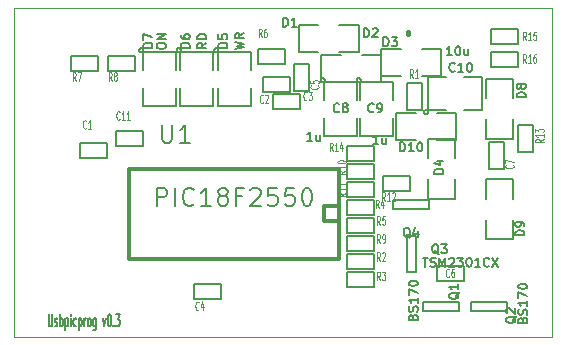
<source format=gto>
G04 (created by PCBNEW-RS274X (2010-05-05 BZR 2356)-stable) date Fri 25 Feb 2011 10:53:11 AM CET*
G01*
G70*
G90*
%MOIN*%
G04 Gerber Fmt 3.4, Leading zero omitted, Abs format*
%FSLAX34Y34*%
G04 APERTURE LIST*
%ADD10C,0.006000*%
%ADD11C,0.001000*%
%ADD12C,0.005000*%
%ADD13C,0.015000*%
%ADD14C,0.012000*%
%ADD15C,0.004500*%
%ADD16C,0.007500*%
G04 APERTURE END LIST*
G54D10*
G54D11*
X16650Y-21650D02*
X34600Y-21650D01*
X16650Y-32600D02*
X16650Y-21650D01*
X34600Y-32600D02*
X16650Y-32600D01*
X34600Y-21650D02*
X34600Y-32600D01*
G54D12*
X17825Y-31862D02*
X17825Y-32186D01*
X17834Y-32224D01*
X17844Y-32243D01*
X17863Y-32262D01*
X17901Y-32262D01*
X17920Y-32243D01*
X17929Y-32224D01*
X17939Y-32186D01*
X17939Y-31862D01*
X18025Y-32243D02*
X18044Y-32262D01*
X18082Y-32262D01*
X18101Y-32243D01*
X18111Y-32205D01*
X18111Y-32186D01*
X18101Y-32148D01*
X18082Y-32129D01*
X18054Y-32129D01*
X18035Y-32110D01*
X18025Y-32071D01*
X18025Y-32052D01*
X18035Y-32014D01*
X18054Y-31995D01*
X18082Y-31995D01*
X18101Y-32014D01*
X18197Y-32262D02*
X18197Y-31862D01*
X18197Y-32014D02*
X18216Y-31995D01*
X18254Y-31995D01*
X18273Y-32014D01*
X18282Y-32033D01*
X18292Y-32071D01*
X18292Y-32186D01*
X18282Y-32224D01*
X18273Y-32243D01*
X18254Y-32262D01*
X18216Y-32262D01*
X18197Y-32243D01*
X18378Y-31995D02*
X18378Y-32395D01*
X18378Y-32014D02*
X18397Y-31995D01*
X18435Y-31995D01*
X18454Y-32014D01*
X18463Y-32033D01*
X18473Y-32071D01*
X18473Y-32186D01*
X18463Y-32224D01*
X18454Y-32243D01*
X18435Y-32262D01*
X18397Y-32262D01*
X18378Y-32243D01*
X18559Y-32262D02*
X18559Y-31995D01*
X18559Y-31862D02*
X18549Y-31881D01*
X18559Y-31900D01*
X18568Y-31881D01*
X18559Y-31862D01*
X18559Y-31900D01*
X18739Y-32243D02*
X18720Y-32262D01*
X18682Y-32262D01*
X18663Y-32243D01*
X18654Y-32224D01*
X18644Y-32186D01*
X18644Y-32071D01*
X18654Y-32033D01*
X18663Y-32014D01*
X18682Y-31995D01*
X18720Y-31995D01*
X18739Y-32014D01*
X18825Y-31995D02*
X18825Y-32395D01*
X18825Y-32014D02*
X18844Y-31995D01*
X18882Y-31995D01*
X18901Y-32014D01*
X18910Y-32033D01*
X18920Y-32071D01*
X18920Y-32186D01*
X18910Y-32224D01*
X18901Y-32243D01*
X18882Y-32262D01*
X18844Y-32262D01*
X18825Y-32243D01*
X19006Y-32262D02*
X19006Y-31995D01*
X19006Y-32071D02*
X19015Y-32033D01*
X19025Y-32014D01*
X19044Y-31995D01*
X19063Y-31995D01*
X19158Y-32262D02*
X19139Y-32243D01*
X19130Y-32224D01*
X19120Y-32186D01*
X19120Y-32071D01*
X19130Y-32033D01*
X19139Y-32014D01*
X19158Y-31995D01*
X19187Y-31995D01*
X19206Y-32014D01*
X19215Y-32033D01*
X19225Y-32071D01*
X19225Y-32186D01*
X19215Y-32224D01*
X19206Y-32243D01*
X19187Y-32262D01*
X19158Y-32262D01*
X19396Y-31995D02*
X19396Y-32319D01*
X19387Y-32357D01*
X19377Y-32376D01*
X19358Y-32395D01*
X19330Y-32395D01*
X19311Y-32376D01*
X19396Y-32243D02*
X19377Y-32262D01*
X19339Y-32262D01*
X19320Y-32243D01*
X19311Y-32224D01*
X19301Y-32186D01*
X19301Y-32071D01*
X19311Y-32033D01*
X19320Y-32014D01*
X19339Y-31995D01*
X19377Y-31995D01*
X19396Y-32014D01*
X19625Y-31995D02*
X19672Y-32262D01*
X19720Y-31995D01*
X19834Y-31862D02*
X19853Y-31862D01*
X19872Y-31881D01*
X19881Y-31900D01*
X19891Y-31938D01*
X19900Y-32014D01*
X19900Y-32110D01*
X19891Y-32186D01*
X19881Y-32224D01*
X19872Y-32243D01*
X19853Y-32262D01*
X19834Y-32262D01*
X19815Y-32243D01*
X19805Y-32224D01*
X19796Y-32186D01*
X19786Y-32110D01*
X19786Y-32014D01*
X19796Y-31938D01*
X19805Y-31900D01*
X19815Y-31881D01*
X19834Y-31862D01*
X19986Y-32224D02*
X19995Y-32243D01*
X19986Y-32262D01*
X19976Y-32243D01*
X19986Y-32224D01*
X19986Y-32262D01*
X20062Y-31862D02*
X20185Y-31862D01*
X20119Y-32014D01*
X20147Y-32014D01*
X20166Y-32033D01*
X20176Y-32052D01*
X20185Y-32090D01*
X20185Y-32186D01*
X20176Y-32224D01*
X20166Y-32243D01*
X20147Y-32262D01*
X20090Y-32262D01*
X20071Y-32243D01*
X20062Y-32224D01*
G54D13*
X29800Y-22450D02*
X29800Y-22500D01*
G54D12*
X23550Y-31350D02*
X22650Y-31350D01*
X22650Y-31350D02*
X22650Y-30850D01*
X22650Y-30850D02*
X23550Y-30850D01*
X23550Y-30850D02*
X23550Y-31350D01*
X27750Y-29850D02*
X28650Y-29850D01*
X28650Y-29850D02*
X28650Y-30350D01*
X28650Y-30350D02*
X27750Y-30350D01*
X27750Y-30350D02*
X27750Y-29850D01*
X27750Y-30450D02*
X28650Y-30450D01*
X28650Y-30450D02*
X28650Y-30950D01*
X28650Y-30950D02*
X27750Y-30950D01*
X27750Y-30950D02*
X27750Y-30450D01*
X28650Y-28550D02*
X27750Y-28550D01*
X27750Y-28550D02*
X27750Y-28050D01*
X27750Y-28050D02*
X28650Y-28050D01*
X28650Y-28050D02*
X28650Y-28550D01*
X28650Y-29150D02*
X27750Y-29150D01*
X27750Y-29150D02*
X27750Y-28650D01*
X27750Y-28650D02*
X28650Y-28650D01*
X28650Y-28650D02*
X28650Y-29150D01*
X29750Y-25050D02*
X29750Y-24150D01*
X29750Y-24150D02*
X30250Y-24150D01*
X30250Y-24150D02*
X30250Y-25050D01*
X30250Y-25050D02*
X29750Y-25050D01*
X20700Y-23750D02*
X19800Y-23750D01*
X19800Y-23750D02*
X19800Y-23250D01*
X19800Y-23250D02*
X20700Y-23250D01*
X20700Y-23250D02*
X20700Y-23750D01*
X19450Y-23750D02*
X18550Y-23750D01*
X18550Y-23750D02*
X18550Y-23250D01*
X18550Y-23250D02*
X19450Y-23250D01*
X19450Y-23250D02*
X19450Y-23750D01*
X25700Y-23500D02*
X24800Y-23500D01*
X24800Y-23500D02*
X24800Y-23000D01*
X24800Y-23000D02*
X25700Y-23000D01*
X25700Y-23000D02*
X25700Y-23500D01*
X25300Y-24500D02*
X26200Y-24500D01*
X26200Y-24500D02*
X26200Y-25000D01*
X26200Y-25000D02*
X25300Y-25000D01*
X25300Y-25000D02*
X25300Y-24500D01*
X24950Y-23950D02*
X25850Y-23950D01*
X25850Y-23950D02*
X25850Y-24450D01*
X25850Y-24450D02*
X24950Y-24450D01*
X24950Y-24450D02*
X24950Y-23950D01*
X30750Y-30250D02*
X31650Y-30250D01*
X31650Y-30250D02*
X31650Y-30750D01*
X31650Y-30750D02*
X30750Y-30750D01*
X30750Y-30750D02*
X30750Y-30250D01*
X26500Y-23500D02*
X26500Y-24400D01*
X26500Y-24400D02*
X26000Y-24400D01*
X26000Y-24400D02*
X26000Y-23500D01*
X26000Y-23500D02*
X26500Y-23500D01*
X32500Y-27000D02*
X32500Y-26100D01*
X32500Y-26100D02*
X33000Y-26100D01*
X33000Y-26100D02*
X33000Y-27000D01*
X33000Y-27000D02*
X32500Y-27000D01*
X19750Y-26650D02*
X18850Y-26650D01*
X18850Y-26650D02*
X18850Y-26150D01*
X18850Y-26150D02*
X19750Y-26150D01*
X19750Y-26150D02*
X19750Y-26650D01*
X20970Y-23050D02*
X20968Y-23063D01*
X20964Y-23076D01*
X20958Y-23088D01*
X20949Y-23099D01*
X20939Y-23108D01*
X20927Y-23114D01*
X20914Y-23118D01*
X20900Y-23119D01*
X20887Y-23118D01*
X20874Y-23114D01*
X20862Y-23108D01*
X20852Y-23100D01*
X20843Y-23089D01*
X20836Y-23077D01*
X20832Y-23064D01*
X20831Y-23050D01*
X20832Y-23038D01*
X20835Y-23025D01*
X20842Y-23013D01*
X20850Y-23002D01*
X20861Y-22993D01*
X20872Y-22986D01*
X20885Y-22982D01*
X20899Y-22981D01*
X20912Y-22982D01*
X20925Y-22985D01*
X20937Y-22991D01*
X20948Y-23000D01*
X20957Y-23010D01*
X20963Y-23022D01*
X20968Y-23035D01*
X20969Y-23049D01*
X20970Y-23050D01*
X22050Y-23700D02*
X22050Y-23100D01*
X22050Y-23100D02*
X20950Y-23100D01*
X20950Y-23100D02*
X20950Y-23700D01*
X20950Y-24300D02*
X20950Y-24900D01*
X20950Y-24900D02*
X22050Y-24900D01*
X22050Y-24900D02*
X22050Y-24300D01*
X28220Y-24050D02*
X28218Y-24063D01*
X28214Y-24076D01*
X28208Y-24088D01*
X28199Y-24099D01*
X28189Y-24108D01*
X28177Y-24114D01*
X28164Y-24118D01*
X28150Y-24119D01*
X28137Y-24118D01*
X28124Y-24114D01*
X28112Y-24108D01*
X28102Y-24100D01*
X28093Y-24089D01*
X28086Y-24077D01*
X28082Y-24064D01*
X28081Y-24050D01*
X28082Y-24038D01*
X28085Y-24025D01*
X28092Y-24013D01*
X28100Y-24002D01*
X28111Y-23993D01*
X28122Y-23986D01*
X28135Y-23982D01*
X28149Y-23981D01*
X28162Y-23982D01*
X28175Y-23985D01*
X28187Y-23991D01*
X28198Y-24000D01*
X28207Y-24010D01*
X28213Y-24022D01*
X28218Y-24035D01*
X28219Y-24049D01*
X28220Y-24050D01*
X29300Y-24700D02*
X29300Y-24100D01*
X29300Y-24100D02*
X28200Y-24100D01*
X28200Y-24100D02*
X28200Y-24700D01*
X28200Y-25300D02*
X28200Y-25900D01*
X28200Y-25900D02*
X29300Y-25900D01*
X29300Y-25900D02*
X29300Y-25300D01*
X27020Y-24050D02*
X27018Y-24063D01*
X27014Y-24076D01*
X27008Y-24088D01*
X26999Y-24099D01*
X26989Y-24108D01*
X26977Y-24114D01*
X26964Y-24118D01*
X26950Y-24119D01*
X26937Y-24118D01*
X26924Y-24114D01*
X26912Y-24108D01*
X26902Y-24100D01*
X26893Y-24089D01*
X26886Y-24077D01*
X26882Y-24064D01*
X26881Y-24050D01*
X26882Y-24038D01*
X26885Y-24025D01*
X26892Y-24013D01*
X26900Y-24002D01*
X26911Y-23993D01*
X26922Y-23986D01*
X26935Y-23982D01*
X26949Y-23981D01*
X26962Y-23982D01*
X26975Y-23985D01*
X26987Y-23991D01*
X26998Y-24000D01*
X27007Y-24010D01*
X27013Y-24022D01*
X27018Y-24035D01*
X27019Y-24049D01*
X27020Y-24050D01*
X28100Y-24700D02*
X28100Y-24100D01*
X28100Y-24100D02*
X27000Y-24100D01*
X27000Y-24100D02*
X27000Y-24700D01*
X27000Y-25300D02*
X27000Y-25900D01*
X27000Y-25900D02*
X28100Y-25900D01*
X28100Y-25900D02*
X28100Y-25300D01*
X30470Y-25100D02*
X30468Y-25113D01*
X30464Y-25126D01*
X30458Y-25138D01*
X30449Y-25149D01*
X30439Y-25158D01*
X30427Y-25164D01*
X30414Y-25168D01*
X30400Y-25169D01*
X30387Y-25168D01*
X30374Y-25164D01*
X30362Y-25158D01*
X30352Y-25150D01*
X30343Y-25139D01*
X30336Y-25127D01*
X30332Y-25114D01*
X30331Y-25100D01*
X30332Y-25088D01*
X30335Y-25075D01*
X30342Y-25063D01*
X30350Y-25052D01*
X30361Y-25043D01*
X30372Y-25036D01*
X30385Y-25032D01*
X30399Y-25031D01*
X30412Y-25032D01*
X30425Y-25035D01*
X30437Y-25041D01*
X30448Y-25050D01*
X30457Y-25060D01*
X30463Y-25072D01*
X30468Y-25085D01*
X30469Y-25099D01*
X30470Y-25100D01*
X31050Y-23950D02*
X30450Y-23950D01*
X30450Y-23950D02*
X30450Y-25050D01*
X30450Y-25050D02*
X31050Y-25050D01*
X31650Y-25050D02*
X32250Y-25050D01*
X32250Y-25050D02*
X32250Y-23950D01*
X32250Y-23950D02*
X31650Y-23950D01*
X22220Y-23050D02*
X22218Y-23063D01*
X22214Y-23076D01*
X22208Y-23088D01*
X22199Y-23099D01*
X22189Y-23108D01*
X22177Y-23114D01*
X22164Y-23118D01*
X22150Y-23119D01*
X22137Y-23118D01*
X22124Y-23114D01*
X22112Y-23108D01*
X22102Y-23100D01*
X22093Y-23089D01*
X22086Y-23077D01*
X22082Y-23064D01*
X22081Y-23050D01*
X22082Y-23038D01*
X22085Y-23025D01*
X22092Y-23013D01*
X22100Y-23002D01*
X22111Y-22993D01*
X22122Y-22986D01*
X22135Y-22982D01*
X22149Y-22981D01*
X22162Y-22982D01*
X22175Y-22985D01*
X22187Y-22991D01*
X22198Y-23000D01*
X22207Y-23010D01*
X22213Y-23022D01*
X22218Y-23035D01*
X22219Y-23049D01*
X22220Y-23050D01*
X23300Y-23700D02*
X23300Y-23100D01*
X23300Y-23100D02*
X22200Y-23100D01*
X22200Y-23100D02*
X22200Y-23700D01*
X22200Y-24300D02*
X22200Y-24900D01*
X22200Y-24900D02*
X23300Y-24900D01*
X23300Y-24900D02*
X23300Y-24300D01*
X23470Y-23050D02*
X23468Y-23063D01*
X23464Y-23076D01*
X23458Y-23088D01*
X23449Y-23099D01*
X23439Y-23108D01*
X23427Y-23114D01*
X23414Y-23118D01*
X23400Y-23119D01*
X23387Y-23118D01*
X23374Y-23114D01*
X23362Y-23108D01*
X23352Y-23100D01*
X23343Y-23089D01*
X23336Y-23077D01*
X23332Y-23064D01*
X23331Y-23050D01*
X23332Y-23038D01*
X23335Y-23025D01*
X23342Y-23013D01*
X23350Y-23002D01*
X23361Y-22993D01*
X23372Y-22986D01*
X23385Y-22982D01*
X23399Y-22981D01*
X23412Y-22982D01*
X23425Y-22985D01*
X23437Y-22991D01*
X23448Y-23000D01*
X23457Y-23010D01*
X23463Y-23022D01*
X23468Y-23035D01*
X23469Y-23049D01*
X23470Y-23050D01*
X24550Y-23700D02*
X24550Y-23100D01*
X24550Y-23100D02*
X23450Y-23100D01*
X23450Y-23100D02*
X23450Y-23700D01*
X23450Y-24300D02*
X23450Y-24900D01*
X23450Y-24900D02*
X24550Y-24900D01*
X24550Y-24900D02*
X24550Y-24300D01*
G54D14*
X20500Y-29500D02*
X20500Y-27000D01*
X20500Y-27000D02*
X27500Y-27000D01*
X27500Y-27000D02*
X27500Y-30000D01*
X27500Y-30000D02*
X20500Y-30000D01*
X20500Y-30000D02*
X20500Y-29500D01*
X27500Y-28750D02*
X27000Y-28750D01*
X27000Y-28750D02*
X27000Y-28250D01*
X27000Y-28250D02*
X27500Y-28250D01*
G54D12*
X31500Y-31750D02*
X30300Y-31750D01*
X30300Y-31750D02*
X30300Y-31450D01*
X30300Y-31450D02*
X31500Y-31450D01*
X31500Y-31450D02*
X31500Y-31750D01*
X33100Y-31750D02*
X31900Y-31750D01*
X31900Y-31750D02*
X31900Y-31450D01*
X31900Y-31450D02*
X33100Y-31450D01*
X33100Y-31450D02*
X33100Y-31750D01*
X20050Y-25750D02*
X20950Y-25750D01*
X20950Y-25750D02*
X20950Y-26250D01*
X20950Y-26250D02*
X20050Y-26250D01*
X20050Y-26250D02*
X20050Y-25750D01*
X32400Y-29350D02*
X33300Y-29350D01*
X33300Y-29350D02*
X33300Y-28700D01*
X32400Y-28000D02*
X32400Y-27350D01*
X32400Y-27350D02*
X33300Y-27350D01*
X33300Y-27350D02*
X33300Y-28000D01*
X32400Y-28700D02*
X32400Y-29350D01*
X29750Y-30450D02*
X29750Y-29250D01*
X29750Y-29250D02*
X30050Y-29250D01*
X30050Y-29250D02*
X30050Y-30450D01*
X30050Y-30450D02*
X29750Y-30450D01*
X28900Y-23000D02*
X28900Y-23900D01*
X28900Y-23900D02*
X29550Y-23900D01*
X30250Y-23000D02*
X30900Y-23000D01*
X30900Y-23000D02*
X30900Y-23900D01*
X30900Y-23900D02*
X30250Y-23900D01*
X29550Y-23000D02*
X28900Y-23000D01*
X26900Y-23200D02*
X26900Y-24100D01*
X26900Y-24100D02*
X27550Y-24100D01*
X28250Y-23200D02*
X28900Y-23200D01*
X28900Y-23200D02*
X28900Y-24100D01*
X28900Y-24100D02*
X28250Y-24100D01*
X27550Y-23200D02*
X26900Y-23200D01*
X26150Y-22200D02*
X26150Y-23100D01*
X26150Y-23100D02*
X26800Y-23100D01*
X27500Y-22200D02*
X28150Y-22200D01*
X28150Y-22200D02*
X28150Y-23100D01*
X28150Y-23100D02*
X27500Y-23100D01*
X26800Y-22200D02*
X26150Y-22200D01*
X30450Y-28000D02*
X31350Y-28000D01*
X31350Y-28000D02*
X31350Y-27350D01*
X30450Y-26650D02*
X30450Y-26000D01*
X30450Y-26000D02*
X31350Y-26000D01*
X31350Y-26000D02*
X31350Y-26650D01*
X30450Y-27350D02*
X30450Y-28000D01*
X33300Y-24000D02*
X32400Y-24000D01*
X32400Y-24000D02*
X32400Y-24650D01*
X33300Y-25350D02*
X33300Y-26000D01*
X33300Y-26000D02*
X32400Y-26000D01*
X32400Y-26000D02*
X32400Y-25350D01*
X33300Y-24650D02*
X33300Y-24000D01*
X27750Y-26850D02*
X28650Y-26850D01*
X28650Y-26850D02*
X28650Y-27350D01*
X28650Y-27350D02*
X27750Y-27350D01*
X27750Y-27350D02*
X27750Y-26850D01*
X27750Y-29250D02*
X28650Y-29250D01*
X28650Y-29250D02*
X28650Y-29750D01*
X28650Y-29750D02*
X27750Y-29750D01*
X27750Y-29750D02*
X27750Y-29250D01*
X27750Y-27450D02*
X28650Y-27450D01*
X28650Y-27450D02*
X28650Y-27950D01*
X28650Y-27950D02*
X27750Y-27950D01*
X27750Y-27950D02*
X27750Y-27450D01*
X27750Y-26250D02*
X28650Y-26250D01*
X28650Y-26250D02*
X28650Y-26750D01*
X28650Y-26750D02*
X27750Y-26750D01*
X27750Y-26750D02*
X27750Y-26250D01*
X33450Y-26450D02*
X33450Y-25550D01*
X33450Y-25550D02*
X33950Y-25550D01*
X33950Y-25550D02*
X33950Y-26450D01*
X33950Y-26450D02*
X33450Y-26450D01*
X28950Y-27250D02*
X29850Y-27250D01*
X29850Y-27250D02*
X29850Y-27750D01*
X29850Y-27750D02*
X28950Y-27750D01*
X28950Y-27750D02*
X28950Y-27250D01*
X33450Y-23600D02*
X32550Y-23600D01*
X32550Y-23600D02*
X32550Y-23100D01*
X32550Y-23100D02*
X33450Y-23100D01*
X33450Y-23100D02*
X33450Y-23600D01*
X32550Y-22350D02*
X33450Y-22350D01*
X33450Y-22350D02*
X33450Y-22850D01*
X33450Y-22850D02*
X32550Y-22850D01*
X32550Y-22850D02*
X32550Y-22350D01*
X29400Y-25150D02*
X29400Y-26050D01*
X29400Y-26050D02*
X30050Y-26050D01*
X30750Y-25150D02*
X31400Y-25150D01*
X31400Y-25150D02*
X31400Y-26050D01*
X31400Y-26050D02*
X30750Y-26050D01*
X30050Y-25150D02*
X29400Y-25150D01*
X30500Y-28350D02*
X29300Y-28350D01*
X29300Y-28350D02*
X29300Y-28050D01*
X29300Y-28050D02*
X30500Y-28050D01*
X30500Y-28050D02*
X30500Y-28350D01*
G54D15*
X22821Y-31687D02*
X22812Y-31700D01*
X22786Y-31713D01*
X22769Y-31713D01*
X22744Y-31700D01*
X22726Y-31673D01*
X22718Y-31647D01*
X22709Y-31593D01*
X22709Y-31553D01*
X22718Y-31500D01*
X22726Y-31473D01*
X22744Y-31447D01*
X22769Y-31433D01*
X22786Y-31433D01*
X22812Y-31447D01*
X22821Y-31460D01*
X22975Y-31527D02*
X22975Y-31713D01*
X22932Y-31420D02*
X22889Y-31620D01*
X23001Y-31620D01*
X28871Y-30063D02*
X28811Y-29930D01*
X28768Y-30063D02*
X28768Y-29783D01*
X28836Y-29783D01*
X28854Y-29797D01*
X28862Y-29810D01*
X28871Y-29837D01*
X28871Y-29877D01*
X28862Y-29903D01*
X28854Y-29917D01*
X28836Y-29930D01*
X28768Y-29930D01*
X28939Y-29810D02*
X28948Y-29797D01*
X28965Y-29783D01*
X29008Y-29783D01*
X29025Y-29797D01*
X29034Y-29810D01*
X29042Y-29837D01*
X29042Y-29863D01*
X29034Y-29903D01*
X28931Y-30063D01*
X29042Y-30063D01*
X28871Y-30713D02*
X28811Y-30580D01*
X28768Y-30713D02*
X28768Y-30433D01*
X28836Y-30433D01*
X28854Y-30447D01*
X28862Y-30460D01*
X28871Y-30487D01*
X28871Y-30527D01*
X28862Y-30553D01*
X28854Y-30567D01*
X28836Y-30580D01*
X28768Y-30580D01*
X28931Y-30433D02*
X29042Y-30433D01*
X28982Y-30540D01*
X29008Y-30540D01*
X29025Y-30553D01*
X29034Y-30567D01*
X29042Y-30593D01*
X29042Y-30660D01*
X29034Y-30687D01*
X29025Y-30700D01*
X29008Y-30713D01*
X28956Y-30713D01*
X28939Y-30700D01*
X28931Y-30687D01*
X28821Y-28313D02*
X28761Y-28180D01*
X28718Y-28313D02*
X28718Y-28033D01*
X28786Y-28033D01*
X28804Y-28047D01*
X28812Y-28060D01*
X28821Y-28087D01*
X28821Y-28127D01*
X28812Y-28153D01*
X28804Y-28167D01*
X28786Y-28180D01*
X28718Y-28180D01*
X28975Y-28127D02*
X28975Y-28313D01*
X28932Y-28020D02*
X28889Y-28220D01*
X29001Y-28220D01*
X28871Y-28863D02*
X28811Y-28730D01*
X28768Y-28863D02*
X28768Y-28583D01*
X28836Y-28583D01*
X28854Y-28597D01*
X28862Y-28610D01*
X28871Y-28637D01*
X28871Y-28677D01*
X28862Y-28703D01*
X28854Y-28717D01*
X28836Y-28730D01*
X28768Y-28730D01*
X29034Y-28583D02*
X28948Y-28583D01*
X28939Y-28717D01*
X28948Y-28703D01*
X28965Y-28690D01*
X29008Y-28690D01*
X29025Y-28703D01*
X29034Y-28717D01*
X29042Y-28743D01*
X29042Y-28810D01*
X29034Y-28837D01*
X29025Y-28850D01*
X29008Y-28863D01*
X28965Y-28863D01*
X28948Y-28850D01*
X28939Y-28837D01*
X29971Y-23963D02*
X29911Y-23830D01*
X29868Y-23963D02*
X29868Y-23683D01*
X29936Y-23683D01*
X29954Y-23697D01*
X29962Y-23710D01*
X29971Y-23737D01*
X29971Y-23777D01*
X29962Y-23803D01*
X29954Y-23817D01*
X29936Y-23830D01*
X29868Y-23830D01*
X30142Y-23963D02*
X30039Y-23963D01*
X30091Y-23963D02*
X30091Y-23683D01*
X30074Y-23723D01*
X30056Y-23750D01*
X30039Y-23763D01*
X19921Y-24063D02*
X19861Y-23930D01*
X19818Y-24063D02*
X19818Y-23783D01*
X19886Y-23783D01*
X19904Y-23797D01*
X19912Y-23810D01*
X19921Y-23837D01*
X19921Y-23877D01*
X19912Y-23903D01*
X19904Y-23917D01*
X19886Y-23930D01*
X19818Y-23930D01*
X20024Y-23903D02*
X20006Y-23890D01*
X19998Y-23877D01*
X19989Y-23850D01*
X19989Y-23837D01*
X19998Y-23810D01*
X20006Y-23797D01*
X20024Y-23783D01*
X20058Y-23783D01*
X20075Y-23797D01*
X20084Y-23810D01*
X20092Y-23837D01*
X20092Y-23850D01*
X20084Y-23877D01*
X20075Y-23890D01*
X20058Y-23903D01*
X20024Y-23903D01*
X20006Y-23917D01*
X19998Y-23930D01*
X19989Y-23957D01*
X19989Y-24010D01*
X19998Y-24037D01*
X20006Y-24050D01*
X20024Y-24063D01*
X20058Y-24063D01*
X20075Y-24050D01*
X20084Y-24037D01*
X20092Y-24010D01*
X20092Y-23957D01*
X20084Y-23930D01*
X20075Y-23917D01*
X20058Y-23903D01*
X18721Y-24063D02*
X18661Y-23930D01*
X18618Y-24063D02*
X18618Y-23783D01*
X18686Y-23783D01*
X18704Y-23797D01*
X18712Y-23810D01*
X18721Y-23837D01*
X18721Y-23877D01*
X18712Y-23903D01*
X18704Y-23917D01*
X18686Y-23930D01*
X18618Y-23930D01*
X18781Y-23783D02*
X18901Y-23783D01*
X18824Y-24063D01*
X24921Y-22613D02*
X24861Y-22480D01*
X24818Y-22613D02*
X24818Y-22333D01*
X24886Y-22333D01*
X24904Y-22347D01*
X24912Y-22360D01*
X24921Y-22387D01*
X24921Y-22427D01*
X24912Y-22453D01*
X24904Y-22467D01*
X24886Y-22480D01*
X24818Y-22480D01*
X25075Y-22333D02*
X25041Y-22333D01*
X25024Y-22347D01*
X25015Y-22360D01*
X24998Y-22400D01*
X24989Y-22453D01*
X24989Y-22560D01*
X24998Y-22587D01*
X25006Y-22600D01*
X25024Y-22613D01*
X25058Y-22613D01*
X25075Y-22600D01*
X25084Y-22587D01*
X25092Y-22560D01*
X25092Y-22493D01*
X25084Y-22467D01*
X25075Y-22453D01*
X25058Y-22440D01*
X25024Y-22440D01*
X25006Y-22453D01*
X24998Y-22467D01*
X24989Y-22493D01*
X26421Y-24687D02*
X26412Y-24700D01*
X26386Y-24713D01*
X26369Y-24713D01*
X26344Y-24700D01*
X26326Y-24673D01*
X26318Y-24647D01*
X26309Y-24593D01*
X26309Y-24553D01*
X26318Y-24500D01*
X26326Y-24473D01*
X26344Y-24447D01*
X26369Y-24433D01*
X26386Y-24433D01*
X26412Y-24447D01*
X26421Y-24460D01*
X26481Y-24433D02*
X26592Y-24433D01*
X26532Y-24540D01*
X26558Y-24540D01*
X26575Y-24553D01*
X26584Y-24567D01*
X26592Y-24593D01*
X26592Y-24660D01*
X26584Y-24687D01*
X26575Y-24700D01*
X26558Y-24713D01*
X26506Y-24713D01*
X26489Y-24700D01*
X26481Y-24687D01*
X24971Y-24787D02*
X24962Y-24800D01*
X24936Y-24813D01*
X24919Y-24813D01*
X24894Y-24800D01*
X24876Y-24773D01*
X24868Y-24747D01*
X24859Y-24693D01*
X24859Y-24653D01*
X24868Y-24600D01*
X24876Y-24573D01*
X24894Y-24547D01*
X24919Y-24533D01*
X24936Y-24533D01*
X24962Y-24547D01*
X24971Y-24560D01*
X25039Y-24560D02*
X25048Y-24547D01*
X25065Y-24533D01*
X25108Y-24533D01*
X25125Y-24547D01*
X25134Y-24560D01*
X25142Y-24587D01*
X25142Y-24613D01*
X25134Y-24653D01*
X25031Y-24813D01*
X25142Y-24813D01*
X31171Y-30587D02*
X31162Y-30600D01*
X31136Y-30613D01*
X31119Y-30613D01*
X31094Y-30600D01*
X31076Y-30573D01*
X31068Y-30547D01*
X31059Y-30493D01*
X31059Y-30453D01*
X31068Y-30400D01*
X31076Y-30373D01*
X31094Y-30347D01*
X31119Y-30333D01*
X31136Y-30333D01*
X31162Y-30347D01*
X31171Y-30360D01*
X31325Y-30333D02*
X31291Y-30333D01*
X31274Y-30347D01*
X31265Y-30360D01*
X31248Y-30400D01*
X31239Y-30453D01*
X31239Y-30560D01*
X31248Y-30587D01*
X31256Y-30600D01*
X31274Y-30613D01*
X31308Y-30613D01*
X31325Y-30600D01*
X31334Y-30587D01*
X31342Y-30560D01*
X31342Y-30493D01*
X31334Y-30467D01*
X31325Y-30453D01*
X31308Y-30440D01*
X31274Y-30440D01*
X31256Y-30453D01*
X31248Y-30467D01*
X31239Y-30493D01*
X26787Y-24229D02*
X26800Y-24238D01*
X26813Y-24264D01*
X26813Y-24281D01*
X26800Y-24306D01*
X26773Y-24324D01*
X26747Y-24332D01*
X26693Y-24341D01*
X26653Y-24341D01*
X26600Y-24332D01*
X26573Y-24324D01*
X26547Y-24306D01*
X26533Y-24281D01*
X26533Y-24264D01*
X26547Y-24238D01*
X26560Y-24229D01*
X26533Y-24066D02*
X26533Y-24152D01*
X26667Y-24161D01*
X26653Y-24152D01*
X26640Y-24135D01*
X26640Y-24092D01*
X26653Y-24075D01*
X26667Y-24066D01*
X26693Y-24058D01*
X26760Y-24058D01*
X26787Y-24066D01*
X26800Y-24075D01*
X26813Y-24092D01*
X26813Y-24135D01*
X26800Y-24152D01*
X26787Y-24161D01*
X33287Y-26879D02*
X33300Y-26888D01*
X33313Y-26914D01*
X33313Y-26931D01*
X33300Y-26956D01*
X33273Y-26974D01*
X33247Y-26982D01*
X33193Y-26991D01*
X33153Y-26991D01*
X33100Y-26982D01*
X33073Y-26974D01*
X33047Y-26956D01*
X33033Y-26931D01*
X33033Y-26914D01*
X33047Y-26888D01*
X33060Y-26879D01*
X33033Y-26819D02*
X33033Y-26699D01*
X33313Y-26776D01*
X19071Y-25637D02*
X19062Y-25650D01*
X19036Y-25663D01*
X19019Y-25663D01*
X18994Y-25650D01*
X18976Y-25623D01*
X18968Y-25597D01*
X18959Y-25543D01*
X18959Y-25503D01*
X18968Y-25450D01*
X18976Y-25423D01*
X18994Y-25397D01*
X19019Y-25383D01*
X19036Y-25383D01*
X19062Y-25397D01*
X19071Y-25410D01*
X19242Y-25663D02*
X19139Y-25663D01*
X19191Y-25663D02*
X19191Y-25383D01*
X19174Y-25423D01*
X19156Y-25450D01*
X19139Y-25463D01*
G54D12*
X21271Y-22972D02*
X20971Y-22972D01*
X20971Y-22900D01*
X20986Y-22857D01*
X21014Y-22829D01*
X21043Y-22814D01*
X21100Y-22800D01*
X21143Y-22800D01*
X21200Y-22814D01*
X21229Y-22829D01*
X21257Y-22857D01*
X21271Y-22900D01*
X21271Y-22972D01*
X20971Y-22700D02*
X20971Y-22500D01*
X21271Y-22629D01*
X21421Y-22935D02*
X21421Y-22878D01*
X21436Y-22850D01*
X21464Y-22821D01*
X21521Y-22807D01*
X21621Y-22807D01*
X21679Y-22821D01*
X21707Y-22850D01*
X21721Y-22878D01*
X21721Y-22935D01*
X21707Y-22964D01*
X21679Y-22993D01*
X21621Y-23007D01*
X21521Y-23007D01*
X21464Y-22993D01*
X21436Y-22964D01*
X21421Y-22935D01*
X21721Y-22679D02*
X21421Y-22679D01*
X21721Y-22507D01*
X21421Y-22507D01*
X28650Y-25093D02*
X28636Y-25107D01*
X28593Y-25121D01*
X28564Y-25121D01*
X28521Y-25107D01*
X28493Y-25079D01*
X28478Y-25050D01*
X28464Y-24993D01*
X28464Y-24950D01*
X28478Y-24893D01*
X28493Y-24864D01*
X28521Y-24836D01*
X28564Y-24821D01*
X28593Y-24821D01*
X28636Y-24836D01*
X28650Y-24850D01*
X28793Y-25121D02*
X28850Y-25121D01*
X28878Y-25107D01*
X28893Y-25093D01*
X28921Y-25050D01*
X28936Y-24993D01*
X28936Y-24879D01*
X28921Y-24850D01*
X28907Y-24836D01*
X28878Y-24821D01*
X28821Y-24821D01*
X28793Y-24836D01*
X28778Y-24850D01*
X28764Y-24879D01*
X28764Y-24950D01*
X28778Y-24979D01*
X28793Y-24993D01*
X28821Y-25007D01*
X28878Y-25007D01*
X28907Y-24993D01*
X28921Y-24979D01*
X28936Y-24950D01*
X28801Y-26171D02*
X28629Y-26171D01*
X28715Y-26171D02*
X28715Y-25871D01*
X28686Y-25914D01*
X28658Y-25943D01*
X28629Y-25957D01*
X29058Y-25971D02*
X29058Y-26171D01*
X28929Y-25971D02*
X28929Y-26129D01*
X28944Y-26157D01*
X28972Y-26171D01*
X29015Y-26171D01*
X29044Y-26157D01*
X29058Y-26143D01*
X27500Y-25093D02*
X27486Y-25107D01*
X27443Y-25121D01*
X27414Y-25121D01*
X27371Y-25107D01*
X27343Y-25079D01*
X27328Y-25050D01*
X27314Y-24993D01*
X27314Y-24950D01*
X27328Y-24893D01*
X27343Y-24864D01*
X27371Y-24836D01*
X27414Y-24821D01*
X27443Y-24821D01*
X27486Y-24836D01*
X27500Y-24850D01*
X27671Y-24950D02*
X27643Y-24936D01*
X27628Y-24921D01*
X27614Y-24893D01*
X27614Y-24879D01*
X27628Y-24850D01*
X27643Y-24836D01*
X27671Y-24821D01*
X27728Y-24821D01*
X27757Y-24836D01*
X27771Y-24850D01*
X27786Y-24879D01*
X27786Y-24893D01*
X27771Y-24921D01*
X27757Y-24936D01*
X27728Y-24950D01*
X27671Y-24950D01*
X27643Y-24964D01*
X27628Y-24979D01*
X27614Y-25007D01*
X27614Y-25064D01*
X27628Y-25093D01*
X27643Y-25107D01*
X27671Y-25121D01*
X27728Y-25121D01*
X27757Y-25107D01*
X27771Y-25093D01*
X27786Y-25064D01*
X27786Y-25007D01*
X27771Y-24979D01*
X27757Y-24964D01*
X27728Y-24950D01*
X26601Y-26071D02*
X26429Y-26071D01*
X26515Y-26071D02*
X26515Y-25771D01*
X26486Y-25814D01*
X26458Y-25843D01*
X26429Y-25857D01*
X26858Y-25871D02*
X26858Y-26071D01*
X26729Y-25871D02*
X26729Y-26029D01*
X26744Y-26057D01*
X26772Y-26071D01*
X26815Y-26071D01*
X26844Y-26057D01*
X26858Y-26043D01*
X31357Y-23743D02*
X31343Y-23757D01*
X31300Y-23771D01*
X31271Y-23771D01*
X31228Y-23757D01*
X31200Y-23729D01*
X31185Y-23700D01*
X31171Y-23643D01*
X31171Y-23600D01*
X31185Y-23543D01*
X31200Y-23514D01*
X31228Y-23486D01*
X31271Y-23471D01*
X31300Y-23471D01*
X31343Y-23486D01*
X31357Y-23500D01*
X31643Y-23771D02*
X31471Y-23771D01*
X31557Y-23771D02*
X31557Y-23471D01*
X31528Y-23514D01*
X31500Y-23543D01*
X31471Y-23557D01*
X31829Y-23471D02*
X31857Y-23471D01*
X31886Y-23486D01*
X31900Y-23500D01*
X31914Y-23529D01*
X31929Y-23586D01*
X31929Y-23657D01*
X31914Y-23714D01*
X31900Y-23743D01*
X31886Y-23757D01*
X31857Y-23771D01*
X31829Y-23771D01*
X31800Y-23757D01*
X31786Y-23743D01*
X31771Y-23714D01*
X31757Y-23657D01*
X31757Y-23586D01*
X31771Y-23529D01*
X31786Y-23500D01*
X31800Y-23486D01*
X31829Y-23471D01*
X31258Y-23221D02*
X31086Y-23221D01*
X31172Y-23221D02*
X31172Y-22921D01*
X31143Y-22964D01*
X31115Y-22993D01*
X31086Y-23007D01*
X31444Y-22921D02*
X31472Y-22921D01*
X31501Y-22936D01*
X31515Y-22950D01*
X31529Y-22979D01*
X31544Y-23036D01*
X31544Y-23107D01*
X31529Y-23164D01*
X31515Y-23193D01*
X31501Y-23207D01*
X31472Y-23221D01*
X31444Y-23221D01*
X31415Y-23207D01*
X31401Y-23193D01*
X31386Y-23164D01*
X31372Y-23107D01*
X31372Y-23036D01*
X31386Y-22979D01*
X31401Y-22950D01*
X31415Y-22936D01*
X31444Y-22921D01*
X31801Y-23021D02*
X31801Y-23221D01*
X31672Y-23021D02*
X31672Y-23179D01*
X31687Y-23207D01*
X31715Y-23221D01*
X31758Y-23221D01*
X31787Y-23207D01*
X31801Y-23193D01*
X22521Y-22972D02*
X22221Y-22972D01*
X22221Y-22900D01*
X22236Y-22857D01*
X22264Y-22829D01*
X22293Y-22814D01*
X22350Y-22800D01*
X22393Y-22800D01*
X22450Y-22814D01*
X22479Y-22829D01*
X22507Y-22857D01*
X22521Y-22900D01*
X22521Y-22972D01*
X22221Y-22543D02*
X22221Y-22600D01*
X22236Y-22629D01*
X22250Y-22643D01*
X22293Y-22672D01*
X22350Y-22686D01*
X22464Y-22686D01*
X22493Y-22672D01*
X22507Y-22657D01*
X22521Y-22629D01*
X22521Y-22572D01*
X22507Y-22543D01*
X22493Y-22529D01*
X22464Y-22514D01*
X22393Y-22514D01*
X22364Y-22529D01*
X22350Y-22543D01*
X22336Y-22572D01*
X22336Y-22629D01*
X22350Y-22657D01*
X22364Y-22672D01*
X22393Y-22686D01*
X23071Y-22807D02*
X22929Y-22907D01*
X23071Y-22979D02*
X22771Y-22979D01*
X22771Y-22864D01*
X22786Y-22836D01*
X22800Y-22821D01*
X22829Y-22807D01*
X22871Y-22807D01*
X22900Y-22821D01*
X22914Y-22836D01*
X22929Y-22864D01*
X22929Y-22979D01*
X23071Y-22679D02*
X22771Y-22679D01*
X22771Y-22607D01*
X22786Y-22564D01*
X22814Y-22536D01*
X22843Y-22521D01*
X22900Y-22507D01*
X22943Y-22507D01*
X23000Y-22521D01*
X23029Y-22536D01*
X23057Y-22564D01*
X23071Y-22607D01*
X23071Y-22679D01*
X23771Y-22972D02*
X23471Y-22972D01*
X23471Y-22900D01*
X23486Y-22857D01*
X23514Y-22829D01*
X23543Y-22814D01*
X23600Y-22800D01*
X23643Y-22800D01*
X23700Y-22814D01*
X23729Y-22829D01*
X23757Y-22857D01*
X23771Y-22900D01*
X23771Y-22972D01*
X23471Y-22529D02*
X23471Y-22672D01*
X23614Y-22686D01*
X23600Y-22672D01*
X23586Y-22643D01*
X23586Y-22572D01*
X23600Y-22543D01*
X23614Y-22529D01*
X23643Y-22514D01*
X23714Y-22514D01*
X23743Y-22529D01*
X23757Y-22543D01*
X23771Y-22572D01*
X23771Y-22643D01*
X23757Y-22672D01*
X23743Y-22686D01*
X24021Y-23028D02*
X24321Y-22957D01*
X24107Y-22900D01*
X24321Y-22842D01*
X24021Y-22771D01*
X24321Y-22485D02*
X24179Y-22585D01*
X24321Y-22657D02*
X24021Y-22657D01*
X24021Y-22542D01*
X24036Y-22514D01*
X24050Y-22499D01*
X24079Y-22485D01*
X24121Y-22485D01*
X24150Y-22499D01*
X24164Y-22514D01*
X24179Y-22542D01*
X24179Y-22657D01*
G54D10*
X21593Y-25543D02*
X21593Y-26029D01*
X21621Y-26086D01*
X21650Y-26114D01*
X21707Y-26143D01*
X21821Y-26143D01*
X21879Y-26114D01*
X21907Y-26086D01*
X21936Y-26029D01*
X21936Y-25543D01*
X22536Y-26143D02*
X22193Y-26143D01*
X22365Y-26143D02*
X22365Y-25543D01*
X22308Y-25629D01*
X22250Y-25686D01*
X22193Y-25714D01*
X21430Y-28243D02*
X21430Y-27643D01*
X21658Y-27643D01*
X21716Y-27671D01*
X21744Y-27700D01*
X21773Y-27757D01*
X21773Y-27843D01*
X21744Y-27900D01*
X21716Y-27929D01*
X21658Y-27957D01*
X21430Y-27957D01*
X22030Y-28243D02*
X22030Y-27643D01*
X22659Y-28186D02*
X22630Y-28214D01*
X22544Y-28243D01*
X22487Y-28243D01*
X22402Y-28214D01*
X22344Y-28157D01*
X22316Y-28100D01*
X22287Y-27986D01*
X22287Y-27900D01*
X22316Y-27786D01*
X22344Y-27729D01*
X22402Y-27671D01*
X22487Y-27643D01*
X22544Y-27643D01*
X22630Y-27671D01*
X22659Y-27700D01*
X23230Y-28243D02*
X22887Y-28243D01*
X23059Y-28243D02*
X23059Y-27643D01*
X23002Y-27729D01*
X22944Y-27786D01*
X22887Y-27814D01*
X23573Y-27900D02*
X23515Y-27871D01*
X23487Y-27843D01*
X23458Y-27786D01*
X23458Y-27757D01*
X23487Y-27700D01*
X23515Y-27671D01*
X23573Y-27643D01*
X23687Y-27643D01*
X23744Y-27671D01*
X23773Y-27700D01*
X23801Y-27757D01*
X23801Y-27786D01*
X23773Y-27843D01*
X23744Y-27871D01*
X23687Y-27900D01*
X23573Y-27900D01*
X23515Y-27929D01*
X23487Y-27957D01*
X23458Y-28014D01*
X23458Y-28129D01*
X23487Y-28186D01*
X23515Y-28214D01*
X23573Y-28243D01*
X23687Y-28243D01*
X23744Y-28214D01*
X23773Y-28186D01*
X23801Y-28129D01*
X23801Y-28014D01*
X23773Y-27957D01*
X23744Y-27929D01*
X23687Y-27900D01*
X24258Y-27929D02*
X24058Y-27929D01*
X24058Y-28243D02*
X24058Y-27643D01*
X24344Y-27643D01*
X24543Y-27700D02*
X24572Y-27671D01*
X24629Y-27643D01*
X24772Y-27643D01*
X24829Y-27671D01*
X24858Y-27700D01*
X24886Y-27757D01*
X24886Y-27814D01*
X24858Y-27900D01*
X24515Y-28243D01*
X24886Y-28243D01*
X25429Y-27643D02*
X25143Y-27643D01*
X25114Y-27929D01*
X25143Y-27900D01*
X25200Y-27871D01*
X25343Y-27871D01*
X25400Y-27900D01*
X25429Y-27929D01*
X25457Y-27986D01*
X25457Y-28129D01*
X25429Y-28186D01*
X25400Y-28214D01*
X25343Y-28243D01*
X25200Y-28243D01*
X25143Y-28214D01*
X25114Y-28186D01*
X26000Y-27643D02*
X25714Y-27643D01*
X25685Y-27929D01*
X25714Y-27900D01*
X25771Y-27871D01*
X25914Y-27871D01*
X25971Y-27900D01*
X26000Y-27929D01*
X26028Y-27986D01*
X26028Y-28129D01*
X26000Y-28186D01*
X25971Y-28214D01*
X25914Y-28243D01*
X25771Y-28243D01*
X25714Y-28214D01*
X25685Y-28186D01*
X26399Y-27643D02*
X26456Y-27643D01*
X26513Y-27671D01*
X26542Y-27700D01*
X26571Y-27757D01*
X26599Y-27871D01*
X26599Y-28014D01*
X26571Y-28129D01*
X26542Y-28186D01*
X26513Y-28214D01*
X26456Y-28243D01*
X26399Y-28243D01*
X26342Y-28214D01*
X26313Y-28186D01*
X26285Y-28129D01*
X26256Y-28014D01*
X26256Y-27871D01*
X26285Y-27757D01*
X26313Y-27700D01*
X26342Y-27671D01*
X26399Y-27643D01*
G54D16*
X31500Y-31129D02*
X31486Y-31157D01*
X31457Y-31186D01*
X31414Y-31229D01*
X31400Y-31257D01*
X31400Y-31286D01*
X31471Y-31271D02*
X31457Y-31300D01*
X31429Y-31329D01*
X31371Y-31343D01*
X31271Y-31343D01*
X31214Y-31329D01*
X31186Y-31300D01*
X31171Y-31271D01*
X31171Y-31214D01*
X31186Y-31186D01*
X31214Y-31157D01*
X31271Y-31143D01*
X31371Y-31143D01*
X31429Y-31157D01*
X31457Y-31186D01*
X31471Y-31214D01*
X31471Y-31271D01*
X31471Y-30857D02*
X31471Y-31029D01*
X31471Y-30943D02*
X31171Y-30943D01*
X31214Y-30972D01*
X31243Y-31000D01*
X31257Y-31029D01*
X29964Y-31951D02*
X29979Y-31908D01*
X29993Y-31893D01*
X30021Y-31879D01*
X30064Y-31879D01*
X30093Y-31893D01*
X30107Y-31908D01*
X30121Y-31936D01*
X30121Y-32051D01*
X29821Y-32051D01*
X29821Y-31951D01*
X29836Y-31922D01*
X29850Y-31908D01*
X29879Y-31893D01*
X29907Y-31893D01*
X29936Y-31908D01*
X29950Y-31922D01*
X29964Y-31951D01*
X29964Y-32051D01*
X30107Y-31765D02*
X30121Y-31722D01*
X30121Y-31651D01*
X30107Y-31622D01*
X30093Y-31608D01*
X30064Y-31593D01*
X30036Y-31593D01*
X30007Y-31608D01*
X29993Y-31622D01*
X29979Y-31651D01*
X29964Y-31708D01*
X29950Y-31736D01*
X29936Y-31751D01*
X29907Y-31765D01*
X29879Y-31765D01*
X29850Y-31751D01*
X29836Y-31736D01*
X29821Y-31708D01*
X29821Y-31636D01*
X29836Y-31593D01*
X30121Y-31307D02*
X30121Y-31479D01*
X30121Y-31393D02*
X29821Y-31393D01*
X29864Y-31422D01*
X29893Y-31450D01*
X29907Y-31479D01*
X29821Y-31207D02*
X29821Y-31007D01*
X30121Y-31136D01*
X29821Y-30835D02*
X29821Y-30807D01*
X29836Y-30778D01*
X29850Y-30764D01*
X29879Y-30750D01*
X29936Y-30735D01*
X30007Y-30735D01*
X30064Y-30750D01*
X30093Y-30764D01*
X30107Y-30778D01*
X30121Y-30807D01*
X30121Y-30835D01*
X30107Y-30864D01*
X30093Y-30878D01*
X30064Y-30893D01*
X30007Y-30907D01*
X29936Y-30907D01*
X29879Y-30893D01*
X29850Y-30878D01*
X29836Y-30864D01*
X29821Y-30835D01*
X33400Y-31929D02*
X33386Y-31957D01*
X33357Y-31986D01*
X33314Y-32029D01*
X33300Y-32057D01*
X33300Y-32086D01*
X33371Y-32071D02*
X33357Y-32100D01*
X33329Y-32129D01*
X33271Y-32143D01*
X33171Y-32143D01*
X33114Y-32129D01*
X33086Y-32100D01*
X33071Y-32071D01*
X33071Y-32014D01*
X33086Y-31986D01*
X33114Y-31957D01*
X33171Y-31943D01*
X33271Y-31943D01*
X33329Y-31957D01*
X33357Y-31986D01*
X33371Y-32014D01*
X33371Y-32071D01*
X33100Y-31829D02*
X33086Y-31815D01*
X33071Y-31786D01*
X33071Y-31715D01*
X33086Y-31686D01*
X33100Y-31672D01*
X33129Y-31657D01*
X33157Y-31657D01*
X33200Y-31672D01*
X33371Y-31843D01*
X33371Y-31657D01*
X33614Y-32051D02*
X33629Y-32008D01*
X33643Y-31993D01*
X33671Y-31979D01*
X33714Y-31979D01*
X33743Y-31993D01*
X33757Y-32008D01*
X33771Y-32036D01*
X33771Y-32151D01*
X33471Y-32151D01*
X33471Y-32051D01*
X33486Y-32022D01*
X33500Y-32008D01*
X33529Y-31993D01*
X33557Y-31993D01*
X33586Y-32008D01*
X33600Y-32022D01*
X33614Y-32051D01*
X33614Y-32151D01*
X33757Y-31865D02*
X33771Y-31822D01*
X33771Y-31751D01*
X33757Y-31722D01*
X33743Y-31708D01*
X33714Y-31693D01*
X33686Y-31693D01*
X33657Y-31708D01*
X33643Y-31722D01*
X33629Y-31751D01*
X33614Y-31808D01*
X33600Y-31836D01*
X33586Y-31851D01*
X33557Y-31865D01*
X33529Y-31865D01*
X33500Y-31851D01*
X33486Y-31836D01*
X33471Y-31808D01*
X33471Y-31736D01*
X33486Y-31693D01*
X33771Y-31407D02*
X33771Y-31579D01*
X33771Y-31493D02*
X33471Y-31493D01*
X33514Y-31522D01*
X33543Y-31550D01*
X33557Y-31579D01*
X33471Y-31307D02*
X33471Y-31107D01*
X33771Y-31236D01*
X33471Y-30935D02*
X33471Y-30907D01*
X33486Y-30878D01*
X33500Y-30864D01*
X33529Y-30850D01*
X33586Y-30835D01*
X33657Y-30835D01*
X33714Y-30850D01*
X33743Y-30864D01*
X33757Y-30878D01*
X33771Y-30907D01*
X33771Y-30935D01*
X33757Y-30964D01*
X33743Y-30978D01*
X33714Y-30993D01*
X33657Y-31007D01*
X33586Y-31007D01*
X33529Y-30993D01*
X33500Y-30978D01*
X33486Y-30964D01*
X33471Y-30935D01*
G54D15*
X20185Y-25337D02*
X20176Y-25350D01*
X20150Y-25363D01*
X20133Y-25363D01*
X20108Y-25350D01*
X20090Y-25323D01*
X20082Y-25297D01*
X20073Y-25243D01*
X20073Y-25203D01*
X20082Y-25150D01*
X20090Y-25123D01*
X20108Y-25097D01*
X20133Y-25083D01*
X20150Y-25083D01*
X20176Y-25097D01*
X20185Y-25110D01*
X20356Y-25363D02*
X20253Y-25363D01*
X20305Y-25363D02*
X20305Y-25083D01*
X20288Y-25123D01*
X20270Y-25150D01*
X20253Y-25163D01*
X20527Y-25363D02*
X20424Y-25363D01*
X20476Y-25363D02*
X20476Y-25083D01*
X20459Y-25123D01*
X20441Y-25150D01*
X20424Y-25163D01*
G54D12*
X33671Y-29222D02*
X33371Y-29222D01*
X33371Y-29150D01*
X33386Y-29107D01*
X33414Y-29079D01*
X33443Y-29064D01*
X33500Y-29050D01*
X33543Y-29050D01*
X33600Y-29064D01*
X33629Y-29079D01*
X33657Y-29107D01*
X33671Y-29150D01*
X33671Y-29222D01*
X33671Y-28907D02*
X33671Y-28850D01*
X33657Y-28822D01*
X33643Y-28807D01*
X33600Y-28779D01*
X33543Y-28764D01*
X33429Y-28764D01*
X33400Y-28779D01*
X33386Y-28793D01*
X33371Y-28822D01*
X33371Y-28879D01*
X33386Y-28907D01*
X33400Y-28922D01*
X33429Y-28936D01*
X33500Y-28936D01*
X33529Y-28922D01*
X33543Y-28907D01*
X33557Y-28879D01*
X33557Y-28822D01*
X33543Y-28793D01*
X33529Y-28779D01*
X33500Y-28764D01*
G54D16*
X30821Y-29850D02*
X30793Y-29836D01*
X30764Y-29807D01*
X30721Y-29764D01*
X30693Y-29750D01*
X30664Y-29750D01*
X30679Y-29821D02*
X30650Y-29807D01*
X30621Y-29779D01*
X30607Y-29721D01*
X30607Y-29621D01*
X30621Y-29564D01*
X30650Y-29536D01*
X30679Y-29521D01*
X30736Y-29521D01*
X30764Y-29536D01*
X30793Y-29564D01*
X30807Y-29621D01*
X30807Y-29721D01*
X30793Y-29779D01*
X30764Y-29807D01*
X30736Y-29821D01*
X30679Y-29821D01*
X30907Y-29521D02*
X31093Y-29521D01*
X30993Y-29636D01*
X31035Y-29636D01*
X31064Y-29650D01*
X31078Y-29664D01*
X31093Y-29693D01*
X31093Y-29764D01*
X31078Y-29793D01*
X31064Y-29807D01*
X31035Y-29821D01*
X30950Y-29821D01*
X30921Y-29807D01*
X30907Y-29793D01*
X30285Y-29971D02*
X30456Y-29971D01*
X30370Y-30271D02*
X30370Y-29971D01*
X30542Y-30257D02*
X30585Y-30271D01*
X30656Y-30271D01*
X30685Y-30257D01*
X30699Y-30243D01*
X30714Y-30214D01*
X30714Y-30186D01*
X30699Y-30157D01*
X30685Y-30143D01*
X30656Y-30129D01*
X30599Y-30114D01*
X30571Y-30100D01*
X30556Y-30086D01*
X30542Y-30057D01*
X30542Y-30029D01*
X30556Y-30000D01*
X30571Y-29986D01*
X30599Y-29971D01*
X30671Y-29971D01*
X30714Y-29986D01*
X30842Y-30271D02*
X30842Y-29971D01*
X30942Y-30186D01*
X31042Y-29971D01*
X31042Y-30271D01*
X31171Y-30000D02*
X31185Y-29986D01*
X31214Y-29971D01*
X31285Y-29971D01*
X31314Y-29986D01*
X31328Y-30000D01*
X31343Y-30029D01*
X31343Y-30057D01*
X31328Y-30100D01*
X31157Y-30271D01*
X31343Y-30271D01*
X31443Y-29971D02*
X31629Y-29971D01*
X31529Y-30086D01*
X31571Y-30086D01*
X31600Y-30100D01*
X31614Y-30114D01*
X31629Y-30143D01*
X31629Y-30214D01*
X31614Y-30243D01*
X31600Y-30257D01*
X31571Y-30271D01*
X31486Y-30271D01*
X31457Y-30257D01*
X31443Y-30243D01*
X31815Y-29971D02*
X31843Y-29971D01*
X31872Y-29986D01*
X31886Y-30000D01*
X31900Y-30029D01*
X31915Y-30086D01*
X31915Y-30157D01*
X31900Y-30214D01*
X31886Y-30243D01*
X31872Y-30257D01*
X31843Y-30271D01*
X31815Y-30271D01*
X31786Y-30257D01*
X31772Y-30243D01*
X31757Y-30214D01*
X31743Y-30157D01*
X31743Y-30086D01*
X31757Y-30029D01*
X31772Y-30000D01*
X31786Y-29986D01*
X31815Y-29971D01*
X32201Y-30271D02*
X32029Y-30271D01*
X32115Y-30271D02*
X32115Y-29971D01*
X32086Y-30014D01*
X32058Y-30043D01*
X32029Y-30057D01*
X32501Y-30243D02*
X32487Y-30257D01*
X32444Y-30271D01*
X32415Y-30271D01*
X32372Y-30257D01*
X32344Y-30229D01*
X32329Y-30200D01*
X32315Y-30143D01*
X32315Y-30100D01*
X32329Y-30043D01*
X32344Y-30014D01*
X32372Y-29986D01*
X32415Y-29971D01*
X32444Y-29971D01*
X32487Y-29986D01*
X32501Y-30000D01*
X32601Y-29971D02*
X32801Y-30271D01*
X32801Y-29971D02*
X32601Y-30271D01*
G54D12*
X28978Y-22921D02*
X28978Y-22621D01*
X29050Y-22621D01*
X29093Y-22636D01*
X29121Y-22664D01*
X29136Y-22693D01*
X29150Y-22750D01*
X29150Y-22793D01*
X29136Y-22850D01*
X29121Y-22879D01*
X29093Y-22907D01*
X29050Y-22921D01*
X28978Y-22921D01*
X29250Y-22621D02*
X29436Y-22621D01*
X29336Y-22736D01*
X29378Y-22736D01*
X29407Y-22750D01*
X29421Y-22764D01*
X29436Y-22793D01*
X29436Y-22864D01*
X29421Y-22893D01*
X29407Y-22907D01*
X29378Y-22921D01*
X29293Y-22921D01*
X29264Y-22907D01*
X29250Y-22893D01*
X28328Y-22621D02*
X28328Y-22321D01*
X28400Y-22321D01*
X28443Y-22336D01*
X28471Y-22364D01*
X28486Y-22393D01*
X28500Y-22450D01*
X28500Y-22493D01*
X28486Y-22550D01*
X28471Y-22579D01*
X28443Y-22607D01*
X28400Y-22621D01*
X28328Y-22621D01*
X28614Y-22350D02*
X28628Y-22336D01*
X28657Y-22321D01*
X28728Y-22321D01*
X28757Y-22336D01*
X28771Y-22350D01*
X28786Y-22379D01*
X28786Y-22407D01*
X28771Y-22450D01*
X28600Y-22621D01*
X28786Y-22621D01*
X25628Y-22271D02*
X25628Y-21971D01*
X25700Y-21971D01*
X25743Y-21986D01*
X25771Y-22014D01*
X25786Y-22043D01*
X25800Y-22100D01*
X25800Y-22143D01*
X25786Y-22200D01*
X25771Y-22229D01*
X25743Y-22257D01*
X25700Y-22271D01*
X25628Y-22271D01*
X26086Y-22271D02*
X25914Y-22271D01*
X26000Y-22271D02*
X26000Y-21971D01*
X25971Y-22014D01*
X25943Y-22043D01*
X25914Y-22057D01*
X30971Y-27172D02*
X30671Y-27172D01*
X30671Y-27100D01*
X30686Y-27057D01*
X30714Y-27029D01*
X30743Y-27014D01*
X30800Y-27000D01*
X30843Y-27000D01*
X30900Y-27014D01*
X30929Y-27029D01*
X30957Y-27057D01*
X30971Y-27100D01*
X30971Y-27172D01*
X30771Y-26743D02*
X30971Y-26743D01*
X30657Y-26814D02*
X30871Y-26886D01*
X30871Y-26700D01*
X33721Y-24622D02*
X33421Y-24622D01*
X33421Y-24550D01*
X33436Y-24507D01*
X33464Y-24479D01*
X33493Y-24464D01*
X33550Y-24450D01*
X33593Y-24450D01*
X33650Y-24464D01*
X33679Y-24479D01*
X33707Y-24507D01*
X33721Y-24550D01*
X33721Y-24622D01*
X33550Y-24279D02*
X33536Y-24307D01*
X33521Y-24322D01*
X33493Y-24336D01*
X33479Y-24336D01*
X33450Y-24322D01*
X33436Y-24307D01*
X33421Y-24279D01*
X33421Y-24222D01*
X33436Y-24193D01*
X33450Y-24179D01*
X33479Y-24164D01*
X33493Y-24164D01*
X33521Y-24179D01*
X33536Y-24193D01*
X33550Y-24222D01*
X33550Y-24279D01*
X33564Y-24307D01*
X33579Y-24322D01*
X33607Y-24336D01*
X33664Y-24336D01*
X33693Y-24322D01*
X33707Y-24307D01*
X33721Y-24279D01*
X33721Y-24222D01*
X33707Y-24193D01*
X33693Y-24179D01*
X33664Y-24164D01*
X33607Y-24164D01*
X33579Y-24179D01*
X33564Y-24193D01*
X33550Y-24222D01*
G54D15*
X27713Y-27065D02*
X27580Y-27125D01*
X27713Y-27168D02*
X27433Y-27168D01*
X27433Y-27100D01*
X27447Y-27082D01*
X27460Y-27074D01*
X27487Y-27065D01*
X27527Y-27065D01*
X27553Y-27074D01*
X27567Y-27082D01*
X27580Y-27100D01*
X27580Y-27168D01*
X27713Y-26894D02*
X27713Y-26997D01*
X27713Y-26945D02*
X27433Y-26945D01*
X27473Y-26962D01*
X27500Y-26980D01*
X27513Y-26997D01*
X27433Y-26783D02*
X27433Y-26766D01*
X27447Y-26749D01*
X27460Y-26740D01*
X27487Y-26731D01*
X27540Y-26723D01*
X27607Y-26723D01*
X27660Y-26731D01*
X27687Y-26740D01*
X27700Y-26749D01*
X27713Y-26766D01*
X27713Y-26783D01*
X27700Y-26800D01*
X27687Y-26809D01*
X27660Y-26817D01*
X27607Y-26826D01*
X27540Y-26826D01*
X27487Y-26817D01*
X27460Y-26809D01*
X27447Y-26800D01*
X27433Y-26783D01*
X28871Y-29463D02*
X28811Y-29330D01*
X28768Y-29463D02*
X28768Y-29183D01*
X28836Y-29183D01*
X28854Y-29197D01*
X28862Y-29210D01*
X28871Y-29237D01*
X28871Y-29277D01*
X28862Y-29303D01*
X28854Y-29317D01*
X28836Y-29330D01*
X28768Y-29330D01*
X28956Y-29463D02*
X28991Y-29463D01*
X29008Y-29450D01*
X29016Y-29437D01*
X29034Y-29397D01*
X29042Y-29343D01*
X29042Y-29237D01*
X29034Y-29210D01*
X29025Y-29197D01*
X29008Y-29183D01*
X28974Y-29183D01*
X28956Y-29197D01*
X28948Y-29210D01*
X28939Y-29237D01*
X28939Y-29303D01*
X28948Y-29330D01*
X28956Y-29343D01*
X28974Y-29357D01*
X29008Y-29357D01*
X29025Y-29343D01*
X29034Y-29330D01*
X29042Y-29303D01*
X27713Y-27815D02*
X27580Y-27875D01*
X27713Y-27918D02*
X27433Y-27918D01*
X27433Y-27850D01*
X27447Y-27832D01*
X27460Y-27824D01*
X27487Y-27815D01*
X27527Y-27815D01*
X27553Y-27824D01*
X27567Y-27832D01*
X27580Y-27850D01*
X27580Y-27918D01*
X27713Y-27644D02*
X27713Y-27747D01*
X27713Y-27695D02*
X27433Y-27695D01*
X27473Y-27712D01*
X27500Y-27730D01*
X27513Y-27747D01*
X27713Y-27473D02*
X27713Y-27576D01*
X27713Y-27524D02*
X27433Y-27524D01*
X27473Y-27541D01*
X27500Y-27559D01*
X27513Y-27576D01*
X27285Y-26413D02*
X27225Y-26280D01*
X27182Y-26413D02*
X27182Y-26133D01*
X27250Y-26133D01*
X27268Y-26147D01*
X27276Y-26160D01*
X27285Y-26187D01*
X27285Y-26227D01*
X27276Y-26253D01*
X27268Y-26267D01*
X27250Y-26280D01*
X27182Y-26280D01*
X27456Y-26413D02*
X27353Y-26413D01*
X27405Y-26413D02*
X27405Y-26133D01*
X27388Y-26173D01*
X27370Y-26200D01*
X27353Y-26213D01*
X27610Y-26227D02*
X27610Y-26413D01*
X27567Y-26120D02*
X27524Y-26320D01*
X27636Y-26320D01*
X34313Y-26015D02*
X34180Y-26075D01*
X34313Y-26118D02*
X34033Y-26118D01*
X34033Y-26050D01*
X34047Y-26032D01*
X34060Y-26024D01*
X34087Y-26015D01*
X34127Y-26015D01*
X34153Y-26024D01*
X34167Y-26032D01*
X34180Y-26050D01*
X34180Y-26118D01*
X34313Y-25844D02*
X34313Y-25947D01*
X34313Y-25895D02*
X34033Y-25895D01*
X34073Y-25912D01*
X34100Y-25930D01*
X34113Y-25947D01*
X34033Y-25784D02*
X34033Y-25673D01*
X34140Y-25733D01*
X34140Y-25707D01*
X34153Y-25690D01*
X34167Y-25681D01*
X34193Y-25673D01*
X34260Y-25673D01*
X34287Y-25681D01*
X34300Y-25690D01*
X34313Y-25707D01*
X34313Y-25759D01*
X34300Y-25776D01*
X34287Y-25784D01*
X29035Y-28063D02*
X28975Y-27930D01*
X28932Y-28063D02*
X28932Y-27783D01*
X29000Y-27783D01*
X29018Y-27797D01*
X29026Y-27810D01*
X29035Y-27837D01*
X29035Y-27877D01*
X29026Y-27903D01*
X29018Y-27917D01*
X29000Y-27930D01*
X28932Y-27930D01*
X29206Y-28063D02*
X29103Y-28063D01*
X29155Y-28063D02*
X29155Y-27783D01*
X29138Y-27823D01*
X29120Y-27850D01*
X29103Y-27863D01*
X29274Y-27810D02*
X29283Y-27797D01*
X29300Y-27783D01*
X29343Y-27783D01*
X29360Y-27797D01*
X29369Y-27810D01*
X29377Y-27837D01*
X29377Y-27863D01*
X29369Y-27903D01*
X29266Y-28063D01*
X29377Y-28063D01*
X33735Y-23463D02*
X33675Y-23330D01*
X33632Y-23463D02*
X33632Y-23183D01*
X33700Y-23183D01*
X33718Y-23197D01*
X33726Y-23210D01*
X33735Y-23237D01*
X33735Y-23277D01*
X33726Y-23303D01*
X33718Y-23317D01*
X33700Y-23330D01*
X33632Y-23330D01*
X33906Y-23463D02*
X33803Y-23463D01*
X33855Y-23463D02*
X33855Y-23183D01*
X33838Y-23223D01*
X33820Y-23250D01*
X33803Y-23263D01*
X34060Y-23183D02*
X34026Y-23183D01*
X34009Y-23197D01*
X34000Y-23210D01*
X33983Y-23250D01*
X33974Y-23303D01*
X33974Y-23410D01*
X33983Y-23437D01*
X33991Y-23450D01*
X34009Y-23463D01*
X34043Y-23463D01*
X34060Y-23450D01*
X34069Y-23437D01*
X34077Y-23410D01*
X34077Y-23343D01*
X34069Y-23317D01*
X34060Y-23303D01*
X34043Y-23290D01*
X34009Y-23290D01*
X33991Y-23303D01*
X33983Y-23317D01*
X33974Y-23343D01*
X33735Y-22713D02*
X33675Y-22580D01*
X33632Y-22713D02*
X33632Y-22433D01*
X33700Y-22433D01*
X33718Y-22447D01*
X33726Y-22460D01*
X33735Y-22487D01*
X33735Y-22527D01*
X33726Y-22553D01*
X33718Y-22567D01*
X33700Y-22580D01*
X33632Y-22580D01*
X33906Y-22713D02*
X33803Y-22713D01*
X33855Y-22713D02*
X33855Y-22433D01*
X33838Y-22473D01*
X33820Y-22500D01*
X33803Y-22513D01*
X34069Y-22433D02*
X33983Y-22433D01*
X33974Y-22567D01*
X33983Y-22553D01*
X34000Y-22540D01*
X34043Y-22540D01*
X34060Y-22553D01*
X34069Y-22567D01*
X34077Y-22593D01*
X34077Y-22660D01*
X34069Y-22687D01*
X34060Y-22700D01*
X34043Y-22713D01*
X34000Y-22713D01*
X33983Y-22700D01*
X33974Y-22687D01*
G54D12*
X29535Y-26421D02*
X29535Y-26121D01*
X29607Y-26121D01*
X29650Y-26136D01*
X29678Y-26164D01*
X29693Y-26193D01*
X29707Y-26250D01*
X29707Y-26293D01*
X29693Y-26350D01*
X29678Y-26379D01*
X29650Y-26407D01*
X29607Y-26421D01*
X29535Y-26421D01*
X29993Y-26421D02*
X29821Y-26421D01*
X29907Y-26421D02*
X29907Y-26121D01*
X29878Y-26164D01*
X29850Y-26193D01*
X29821Y-26207D01*
X30179Y-26121D02*
X30207Y-26121D01*
X30236Y-26136D01*
X30250Y-26150D01*
X30264Y-26179D01*
X30279Y-26236D01*
X30279Y-26307D01*
X30264Y-26364D01*
X30250Y-26393D01*
X30236Y-26407D01*
X30207Y-26421D01*
X30179Y-26421D01*
X30150Y-26407D01*
X30136Y-26393D01*
X30121Y-26364D01*
X30107Y-26307D01*
X30107Y-26236D01*
X30121Y-26179D01*
X30136Y-26150D01*
X30150Y-26136D01*
X30179Y-26121D01*
G54D16*
X29871Y-29300D02*
X29843Y-29286D01*
X29814Y-29257D01*
X29771Y-29214D01*
X29743Y-29200D01*
X29714Y-29200D01*
X29729Y-29271D02*
X29700Y-29257D01*
X29671Y-29229D01*
X29657Y-29171D01*
X29657Y-29071D01*
X29671Y-29014D01*
X29700Y-28986D01*
X29729Y-28971D01*
X29786Y-28971D01*
X29814Y-28986D01*
X29843Y-29014D01*
X29857Y-29071D01*
X29857Y-29171D01*
X29843Y-29229D01*
X29814Y-29257D01*
X29786Y-29271D01*
X29729Y-29271D01*
X30114Y-29071D02*
X30114Y-29271D01*
X30043Y-28957D02*
X29971Y-29171D01*
X30157Y-29171D01*
M02*

</source>
